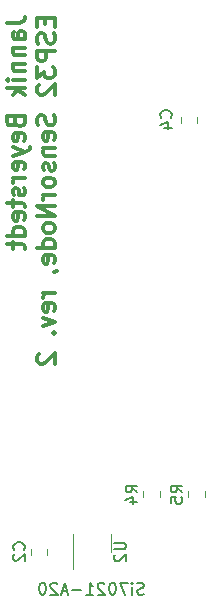
<source format=gbo>
G04 #@! TF.GenerationSoftware,KiCad,Pcbnew,(5.0.0-3-g5ebb6b6)*
G04 #@! TF.CreationDate,2018-08-01T17:04:44+02:00*
G04 #@! TF.ProjectId,esp32-sensornode,65737033322D73656E736F726E6F6465,rev?*
G04 #@! TF.SameCoordinates,Original*
G04 #@! TF.FileFunction,Legend,Bot*
G04 #@! TF.FilePolarity,Positive*
%FSLAX46Y46*%
G04 Gerber Fmt 4.6, Leading zero omitted, Abs format (unit mm)*
G04 Created by KiCad (PCBNEW (5.0.0-3-g5ebb6b6)) date Wednesday, 01. August 2018 um 17:04:44*
%MOMM*%
%LPD*%
G01*
G04 APERTURE LIST*
%ADD10C,0.300000*%
%ADD11C,0.120000*%
%ADD12C,0.150000*%
G04 APERTURE END LIST*
D10*
X179513571Y-53050714D02*
X180585000Y-53050714D01*
X180799285Y-52979285D01*
X180942142Y-52836428D01*
X181013571Y-52622142D01*
X181013571Y-52479285D01*
X181013571Y-54407857D02*
X180227857Y-54407857D01*
X180085000Y-54336428D01*
X180013571Y-54193571D01*
X180013571Y-53907857D01*
X180085000Y-53765000D01*
X180942142Y-54407857D02*
X181013571Y-54265000D01*
X181013571Y-53907857D01*
X180942142Y-53765000D01*
X180799285Y-53693571D01*
X180656428Y-53693571D01*
X180513571Y-53765000D01*
X180442142Y-53907857D01*
X180442142Y-54265000D01*
X180370714Y-54407857D01*
X180013571Y-55122142D02*
X181013571Y-55122142D01*
X180156428Y-55122142D02*
X180085000Y-55193571D01*
X180013571Y-55336428D01*
X180013571Y-55550714D01*
X180085000Y-55693571D01*
X180227857Y-55765000D01*
X181013571Y-55765000D01*
X180013571Y-56479285D02*
X181013571Y-56479285D01*
X180156428Y-56479285D02*
X180085000Y-56550714D01*
X180013571Y-56693571D01*
X180013571Y-56907857D01*
X180085000Y-57050714D01*
X180227857Y-57122142D01*
X181013571Y-57122142D01*
X181013571Y-57836428D02*
X180013571Y-57836428D01*
X179513571Y-57836428D02*
X179585000Y-57765000D01*
X179656428Y-57836428D01*
X179585000Y-57907857D01*
X179513571Y-57836428D01*
X179656428Y-57836428D01*
X181013571Y-58550714D02*
X179513571Y-58550714D01*
X180442142Y-58693571D02*
X181013571Y-59122142D01*
X180013571Y-59122142D02*
X180585000Y-58550714D01*
X180227857Y-61407857D02*
X180299285Y-61622142D01*
X180370714Y-61693571D01*
X180513571Y-61765000D01*
X180727857Y-61765000D01*
X180870714Y-61693571D01*
X180942142Y-61622142D01*
X181013571Y-61479285D01*
X181013571Y-60907857D01*
X179513571Y-60907857D01*
X179513571Y-61407857D01*
X179585000Y-61550714D01*
X179656428Y-61622142D01*
X179799285Y-61693571D01*
X179942142Y-61693571D01*
X180085000Y-61622142D01*
X180156428Y-61550714D01*
X180227857Y-61407857D01*
X180227857Y-60907857D01*
X180942142Y-62979285D02*
X181013571Y-62836428D01*
X181013571Y-62550714D01*
X180942142Y-62407857D01*
X180799285Y-62336428D01*
X180227857Y-62336428D01*
X180085000Y-62407857D01*
X180013571Y-62550714D01*
X180013571Y-62836428D01*
X180085000Y-62979285D01*
X180227857Y-63050714D01*
X180370714Y-63050714D01*
X180513571Y-62336428D01*
X180013571Y-63550714D02*
X181013571Y-63907857D01*
X180013571Y-64265000D02*
X181013571Y-63907857D01*
X181370714Y-63765000D01*
X181442142Y-63693571D01*
X181513571Y-63550714D01*
X180942142Y-65407857D02*
X181013571Y-65265000D01*
X181013571Y-64979285D01*
X180942142Y-64836428D01*
X180799285Y-64765000D01*
X180227857Y-64765000D01*
X180085000Y-64836428D01*
X180013571Y-64979285D01*
X180013571Y-65265000D01*
X180085000Y-65407857D01*
X180227857Y-65479285D01*
X180370714Y-65479285D01*
X180513571Y-64765000D01*
X181013571Y-66122142D02*
X180013571Y-66122142D01*
X180299285Y-66122142D02*
X180156428Y-66193571D01*
X180085000Y-66265000D01*
X180013571Y-66407857D01*
X180013571Y-66550714D01*
X180942142Y-66979285D02*
X181013571Y-67122142D01*
X181013571Y-67407857D01*
X180942142Y-67550714D01*
X180799285Y-67622142D01*
X180727857Y-67622142D01*
X180585000Y-67550714D01*
X180513571Y-67407857D01*
X180513571Y-67193571D01*
X180442142Y-67050714D01*
X180299285Y-66979285D01*
X180227857Y-66979285D01*
X180085000Y-67050714D01*
X180013571Y-67193571D01*
X180013571Y-67407857D01*
X180085000Y-67550714D01*
X180013571Y-68050714D02*
X180013571Y-68622142D01*
X179513571Y-68265000D02*
X180799285Y-68265000D01*
X180942142Y-68336428D01*
X181013571Y-68479285D01*
X181013571Y-68622142D01*
X180942142Y-69693571D02*
X181013571Y-69550714D01*
X181013571Y-69265000D01*
X180942142Y-69122142D01*
X180799285Y-69050714D01*
X180227857Y-69050714D01*
X180085000Y-69122142D01*
X180013571Y-69265000D01*
X180013571Y-69550714D01*
X180085000Y-69693571D01*
X180227857Y-69765000D01*
X180370714Y-69765000D01*
X180513571Y-69050714D01*
X181013571Y-71050714D02*
X179513571Y-71050714D01*
X180942142Y-71050714D02*
X181013571Y-70907857D01*
X181013571Y-70622142D01*
X180942142Y-70479285D01*
X180870714Y-70407857D01*
X180727857Y-70336428D01*
X180299285Y-70336428D01*
X180156428Y-70407857D01*
X180085000Y-70479285D01*
X180013571Y-70622142D01*
X180013571Y-70907857D01*
X180085000Y-71050714D01*
X180013571Y-71550714D02*
X180013571Y-72122142D01*
X179513571Y-71765000D02*
X180799285Y-71765000D01*
X180942142Y-71836428D01*
X181013571Y-71979285D01*
X181013571Y-72122142D01*
X182777857Y-52622142D02*
X182777857Y-53122142D01*
X183563571Y-53336428D02*
X183563571Y-52622142D01*
X182063571Y-52622142D01*
X182063571Y-53336428D01*
X183492142Y-53907857D02*
X183563571Y-54122142D01*
X183563571Y-54479285D01*
X183492142Y-54622142D01*
X183420714Y-54693571D01*
X183277857Y-54765000D01*
X183135000Y-54765000D01*
X182992142Y-54693571D01*
X182920714Y-54622142D01*
X182849285Y-54479285D01*
X182777857Y-54193571D01*
X182706428Y-54050714D01*
X182635000Y-53979285D01*
X182492142Y-53907857D01*
X182349285Y-53907857D01*
X182206428Y-53979285D01*
X182135000Y-54050714D01*
X182063571Y-54193571D01*
X182063571Y-54550714D01*
X182135000Y-54765000D01*
X183563571Y-55407857D02*
X182063571Y-55407857D01*
X182063571Y-55979285D01*
X182135000Y-56122142D01*
X182206428Y-56193571D01*
X182349285Y-56265000D01*
X182563571Y-56265000D01*
X182706428Y-56193571D01*
X182777857Y-56122142D01*
X182849285Y-55979285D01*
X182849285Y-55407857D01*
X182063571Y-56765000D02*
X182063571Y-57693571D01*
X182635000Y-57193571D01*
X182635000Y-57407857D01*
X182706428Y-57550714D01*
X182777857Y-57622142D01*
X182920714Y-57693571D01*
X183277857Y-57693571D01*
X183420714Y-57622142D01*
X183492142Y-57550714D01*
X183563571Y-57407857D01*
X183563571Y-56979285D01*
X183492142Y-56836428D01*
X183420714Y-56765000D01*
X182206428Y-58265000D02*
X182135000Y-58336428D01*
X182063571Y-58479285D01*
X182063571Y-58836428D01*
X182135000Y-58979285D01*
X182206428Y-59050714D01*
X182349285Y-59122142D01*
X182492142Y-59122142D01*
X182706428Y-59050714D01*
X183563571Y-58193571D01*
X183563571Y-59122142D01*
X183492142Y-60836428D02*
X183563571Y-61050714D01*
X183563571Y-61407857D01*
X183492142Y-61550714D01*
X183420714Y-61622142D01*
X183277857Y-61693571D01*
X183135000Y-61693571D01*
X182992142Y-61622142D01*
X182920714Y-61550714D01*
X182849285Y-61407857D01*
X182777857Y-61122142D01*
X182706428Y-60979285D01*
X182635000Y-60907857D01*
X182492142Y-60836428D01*
X182349285Y-60836428D01*
X182206428Y-60907857D01*
X182135000Y-60979285D01*
X182063571Y-61122142D01*
X182063571Y-61479285D01*
X182135000Y-61693571D01*
X183492142Y-62907857D02*
X183563571Y-62765000D01*
X183563571Y-62479285D01*
X183492142Y-62336428D01*
X183349285Y-62265000D01*
X182777857Y-62265000D01*
X182635000Y-62336428D01*
X182563571Y-62479285D01*
X182563571Y-62765000D01*
X182635000Y-62907857D01*
X182777857Y-62979285D01*
X182920714Y-62979285D01*
X183063571Y-62265000D01*
X182563571Y-63622142D02*
X183563571Y-63622142D01*
X182706428Y-63622142D02*
X182635000Y-63693571D01*
X182563571Y-63836428D01*
X182563571Y-64050714D01*
X182635000Y-64193571D01*
X182777857Y-64265000D01*
X183563571Y-64265000D01*
X183492142Y-64907857D02*
X183563571Y-65050714D01*
X183563571Y-65336428D01*
X183492142Y-65479285D01*
X183349285Y-65550714D01*
X183277857Y-65550714D01*
X183135000Y-65479285D01*
X183063571Y-65336428D01*
X183063571Y-65122142D01*
X182992142Y-64979285D01*
X182849285Y-64907857D01*
X182777857Y-64907857D01*
X182635000Y-64979285D01*
X182563571Y-65122142D01*
X182563571Y-65336428D01*
X182635000Y-65479285D01*
X183563571Y-66407857D02*
X183492142Y-66265000D01*
X183420714Y-66193571D01*
X183277857Y-66122142D01*
X182849285Y-66122142D01*
X182706428Y-66193571D01*
X182635000Y-66265000D01*
X182563571Y-66407857D01*
X182563571Y-66622142D01*
X182635000Y-66765000D01*
X182706428Y-66836428D01*
X182849285Y-66907857D01*
X183277857Y-66907857D01*
X183420714Y-66836428D01*
X183492142Y-66765000D01*
X183563571Y-66622142D01*
X183563571Y-66407857D01*
X183563571Y-67550714D02*
X182563571Y-67550714D01*
X182849285Y-67550714D02*
X182706428Y-67622142D01*
X182635000Y-67693571D01*
X182563571Y-67836428D01*
X182563571Y-67979285D01*
X183563571Y-68479285D02*
X182063571Y-68479285D01*
X183563571Y-69336428D01*
X182063571Y-69336428D01*
X183563571Y-70265000D02*
X183492142Y-70122142D01*
X183420714Y-70050714D01*
X183277857Y-69979285D01*
X182849285Y-69979285D01*
X182706428Y-70050714D01*
X182635000Y-70122142D01*
X182563571Y-70265000D01*
X182563571Y-70479285D01*
X182635000Y-70622142D01*
X182706428Y-70693571D01*
X182849285Y-70765000D01*
X183277857Y-70765000D01*
X183420714Y-70693571D01*
X183492142Y-70622142D01*
X183563571Y-70479285D01*
X183563571Y-70265000D01*
X183563571Y-72050714D02*
X182063571Y-72050714D01*
X183492142Y-72050714D02*
X183563571Y-71907857D01*
X183563571Y-71622142D01*
X183492142Y-71479285D01*
X183420714Y-71407857D01*
X183277857Y-71336428D01*
X182849285Y-71336428D01*
X182706428Y-71407857D01*
X182635000Y-71479285D01*
X182563571Y-71622142D01*
X182563571Y-71907857D01*
X182635000Y-72050714D01*
X183492142Y-73336428D02*
X183563571Y-73193571D01*
X183563571Y-72907857D01*
X183492142Y-72765000D01*
X183349285Y-72693571D01*
X182777857Y-72693571D01*
X182635000Y-72765000D01*
X182563571Y-72907857D01*
X182563571Y-73193571D01*
X182635000Y-73336428D01*
X182777857Y-73407857D01*
X182920714Y-73407857D01*
X183063571Y-72693571D01*
X183492142Y-74122142D02*
X183563571Y-74122142D01*
X183706428Y-74050714D01*
X183777857Y-73979285D01*
X183563571Y-75907857D02*
X182563571Y-75907857D01*
X182849285Y-75907857D02*
X182706428Y-75979285D01*
X182635000Y-76050714D01*
X182563571Y-76193571D01*
X182563571Y-76336428D01*
X183492142Y-77407857D02*
X183563571Y-77265000D01*
X183563571Y-76979285D01*
X183492142Y-76836428D01*
X183349285Y-76765000D01*
X182777857Y-76765000D01*
X182635000Y-76836428D01*
X182563571Y-76979285D01*
X182563571Y-77265000D01*
X182635000Y-77407857D01*
X182777857Y-77479285D01*
X182920714Y-77479285D01*
X183063571Y-76765000D01*
X182563571Y-77979285D02*
X183563571Y-78336428D01*
X182563571Y-78693571D01*
X183420714Y-79265000D02*
X183492142Y-79336428D01*
X183563571Y-79265000D01*
X183492142Y-79193571D01*
X183420714Y-79265000D01*
X183563571Y-79265000D01*
X182206428Y-81050714D02*
X182135000Y-81122142D01*
X182063571Y-81265000D01*
X182063571Y-81622142D01*
X182135000Y-81765000D01*
X182206428Y-81836428D01*
X182349285Y-81907857D01*
X182492142Y-81907857D01*
X182706428Y-81836428D01*
X183563571Y-80979285D01*
X183563571Y-81907857D01*
D11*
G04 #@! TO.C,U2*
X188300000Y-97790000D02*
X188300000Y-96290000D01*
X185080000Y-99290000D02*
X185080000Y-96290000D01*
G04 #@! TO.C,C4*
X195655000Y-61466252D02*
X195655000Y-60943748D01*
X194235000Y-61466252D02*
X194235000Y-60943748D01*
G04 #@! TO.C,C2*
X181535000Y-97528748D02*
X181535000Y-98051252D01*
X182955000Y-97528748D02*
X182955000Y-98051252D01*
G04 #@! TO.C,R4*
X192480000Y-92666248D02*
X192480000Y-93188752D01*
X191060000Y-92666248D02*
X191060000Y-93188752D01*
G04 #@! TO.C,R5*
X194870000Y-92666248D02*
X194870000Y-93188752D01*
X196290000Y-92666248D02*
X196290000Y-93188752D01*
G04 #@! TO.C,U2*
D12*
X188592380Y-97028095D02*
X189401904Y-97028095D01*
X189497142Y-97075714D01*
X189544761Y-97123333D01*
X189592380Y-97218571D01*
X189592380Y-97409047D01*
X189544761Y-97504285D01*
X189497142Y-97551904D01*
X189401904Y-97599523D01*
X188592380Y-97599523D01*
X188687619Y-98028095D02*
X188640000Y-98075714D01*
X188592380Y-98170952D01*
X188592380Y-98409047D01*
X188640000Y-98504285D01*
X188687619Y-98551904D01*
X188782857Y-98599523D01*
X188878095Y-98599523D01*
X189020952Y-98551904D01*
X189592380Y-97980476D01*
X189592380Y-98599523D01*
X191118571Y-101369761D02*
X190975714Y-101417380D01*
X190737619Y-101417380D01*
X190642380Y-101369761D01*
X190594761Y-101322142D01*
X190547142Y-101226904D01*
X190547142Y-101131666D01*
X190594761Y-101036428D01*
X190642380Y-100988809D01*
X190737619Y-100941190D01*
X190928095Y-100893571D01*
X191023333Y-100845952D01*
X191070952Y-100798333D01*
X191118571Y-100703095D01*
X191118571Y-100607857D01*
X191070952Y-100512619D01*
X191023333Y-100465000D01*
X190928095Y-100417380D01*
X190690000Y-100417380D01*
X190547142Y-100465000D01*
X190118571Y-101417380D02*
X190118571Y-100750714D01*
X190118571Y-100417380D02*
X190166190Y-100465000D01*
X190118571Y-100512619D01*
X190070952Y-100465000D01*
X190118571Y-100417380D01*
X190118571Y-100512619D01*
X189737619Y-100417380D02*
X189070952Y-100417380D01*
X189499523Y-101417380D01*
X188499523Y-100417380D02*
X188404285Y-100417380D01*
X188309047Y-100465000D01*
X188261428Y-100512619D01*
X188213809Y-100607857D01*
X188166190Y-100798333D01*
X188166190Y-101036428D01*
X188213809Y-101226904D01*
X188261428Y-101322142D01*
X188309047Y-101369761D01*
X188404285Y-101417380D01*
X188499523Y-101417380D01*
X188594761Y-101369761D01*
X188642380Y-101322142D01*
X188690000Y-101226904D01*
X188737619Y-101036428D01*
X188737619Y-100798333D01*
X188690000Y-100607857D01*
X188642380Y-100512619D01*
X188594761Y-100465000D01*
X188499523Y-100417380D01*
X187785238Y-100512619D02*
X187737619Y-100465000D01*
X187642380Y-100417380D01*
X187404285Y-100417380D01*
X187309047Y-100465000D01*
X187261428Y-100512619D01*
X187213809Y-100607857D01*
X187213809Y-100703095D01*
X187261428Y-100845952D01*
X187832857Y-101417380D01*
X187213809Y-101417380D01*
X186261428Y-101417380D02*
X186832857Y-101417380D01*
X186547142Y-101417380D02*
X186547142Y-100417380D01*
X186642380Y-100560238D01*
X186737619Y-100655476D01*
X186832857Y-100703095D01*
X185832857Y-101036428D02*
X185070952Y-101036428D01*
X184642380Y-101131666D02*
X184166190Y-101131666D01*
X184737619Y-101417380D02*
X184404285Y-100417380D01*
X184070952Y-101417380D01*
X183785238Y-100512619D02*
X183737619Y-100465000D01*
X183642380Y-100417380D01*
X183404285Y-100417380D01*
X183309047Y-100465000D01*
X183261428Y-100512619D01*
X183213809Y-100607857D01*
X183213809Y-100703095D01*
X183261428Y-100845952D01*
X183832857Y-101417380D01*
X183213809Y-101417380D01*
X182594761Y-100417380D02*
X182499523Y-100417380D01*
X182404285Y-100465000D01*
X182356666Y-100512619D01*
X182309047Y-100607857D01*
X182261428Y-100798333D01*
X182261428Y-101036428D01*
X182309047Y-101226904D01*
X182356666Y-101322142D01*
X182404285Y-101369761D01*
X182499523Y-101417380D01*
X182594761Y-101417380D01*
X182690000Y-101369761D01*
X182737619Y-101322142D01*
X182785238Y-101226904D01*
X182832857Y-101036428D01*
X182832857Y-100798333D01*
X182785238Y-100607857D01*
X182737619Y-100512619D01*
X182690000Y-100465000D01*
X182594761Y-100417380D01*
G04 #@! TO.C,C4*
X193397142Y-61038333D02*
X193444761Y-60990714D01*
X193492380Y-60847857D01*
X193492380Y-60752619D01*
X193444761Y-60609761D01*
X193349523Y-60514523D01*
X193254285Y-60466904D01*
X193063809Y-60419285D01*
X192920952Y-60419285D01*
X192730476Y-60466904D01*
X192635238Y-60514523D01*
X192540000Y-60609761D01*
X192492380Y-60752619D01*
X192492380Y-60847857D01*
X192540000Y-60990714D01*
X192587619Y-61038333D01*
X192825714Y-61895476D02*
X193492380Y-61895476D01*
X192444761Y-61657380D02*
X193159047Y-61419285D01*
X193159047Y-62038333D01*
G04 #@! TO.C,C2*
X180952142Y-97623333D02*
X180999761Y-97575714D01*
X181047380Y-97432857D01*
X181047380Y-97337619D01*
X180999761Y-97194761D01*
X180904523Y-97099523D01*
X180809285Y-97051904D01*
X180618809Y-97004285D01*
X180475952Y-97004285D01*
X180285476Y-97051904D01*
X180190238Y-97099523D01*
X180095000Y-97194761D01*
X180047380Y-97337619D01*
X180047380Y-97432857D01*
X180095000Y-97575714D01*
X180142619Y-97623333D01*
X180142619Y-98004285D02*
X180095000Y-98051904D01*
X180047380Y-98147142D01*
X180047380Y-98385238D01*
X180095000Y-98480476D01*
X180142619Y-98528095D01*
X180237857Y-98575714D01*
X180333095Y-98575714D01*
X180475952Y-98528095D01*
X181047380Y-97956666D01*
X181047380Y-98575714D01*
G04 #@! TO.C,R4*
X190572380Y-92760833D02*
X190096190Y-92427500D01*
X190572380Y-92189404D02*
X189572380Y-92189404D01*
X189572380Y-92570357D01*
X189620000Y-92665595D01*
X189667619Y-92713214D01*
X189762857Y-92760833D01*
X189905714Y-92760833D01*
X190000952Y-92713214D01*
X190048571Y-92665595D01*
X190096190Y-92570357D01*
X190096190Y-92189404D01*
X189905714Y-93617976D02*
X190572380Y-93617976D01*
X189524761Y-93379880D02*
X190239047Y-93141785D01*
X190239047Y-93760833D01*
G04 #@! TO.C,R5*
X194382380Y-92760833D02*
X193906190Y-92427500D01*
X194382380Y-92189404D02*
X193382380Y-92189404D01*
X193382380Y-92570357D01*
X193430000Y-92665595D01*
X193477619Y-92713214D01*
X193572857Y-92760833D01*
X193715714Y-92760833D01*
X193810952Y-92713214D01*
X193858571Y-92665595D01*
X193906190Y-92570357D01*
X193906190Y-92189404D01*
X193382380Y-93665595D02*
X193382380Y-93189404D01*
X193858571Y-93141785D01*
X193810952Y-93189404D01*
X193763333Y-93284642D01*
X193763333Y-93522738D01*
X193810952Y-93617976D01*
X193858571Y-93665595D01*
X193953809Y-93713214D01*
X194191904Y-93713214D01*
X194287142Y-93665595D01*
X194334761Y-93617976D01*
X194382380Y-93522738D01*
X194382380Y-93284642D01*
X194334761Y-93189404D01*
X194287142Y-93141785D01*
G04 #@! TD*
M02*

</source>
